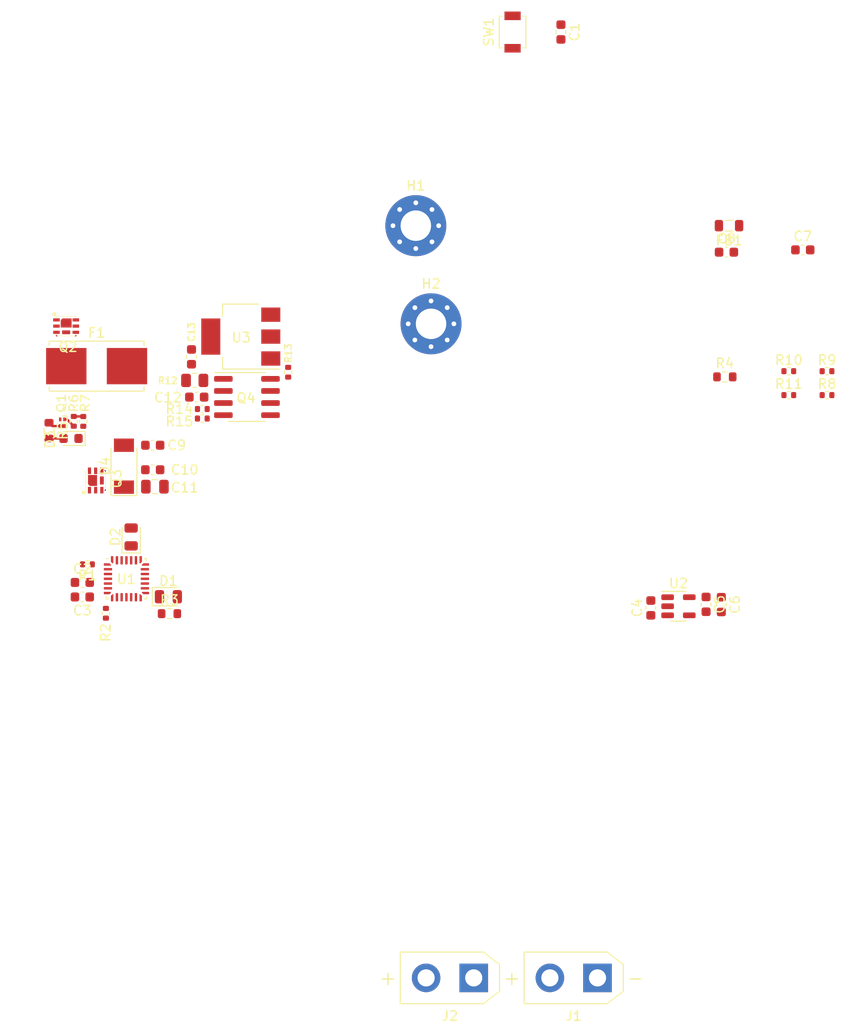
<source format=kicad_pcb>
(kicad_pcb (version 20211014) (generator pcbnew)
  (layers (0 "F.Cu" signal) (31 "B.Cu" signal) (34 "B.Paste" user) (35 "F.Paste" user) (36 "B.SilkS" user "B.Silkscreen") (37 "F.SilkS" user "F.Silkscreen") (38 "B.Mask" user) (39 "F.Mask" user) (44 "Edge.Cuts" user))
  (net 0 "")
  (net 1 "NRST")
  (net 2 "GND")
  (net 3 "+3V3")
  (net 4 "BOOT0")
  (net 7 "VDD")
  (net 8 "+12V_IGNITION")
  (net 10 "+12V")
  (net 11 "Net-(C7-Pad1)")
  (net 12 "VIN_RED")
  (net 15 "CAMERA_SWITCH")
  (net 16 "PERIPHERAL_SWITCH")
  (net 17 "VBAT_RED")
  (net 19 "VCAM_RED")
  (net 20 "LED0")
  (net 21 "SWDIO")
  (net 22 "SWCLK")
  (net 24 "LED1")
  (net 29 "TX")
  (net 30 "RX")
  (net 31 "Net-(D3-Pad2)")
  (net 32 "Net-(D1-Pad2)")
  (net 33 "Net-(D2-Pad2)")
  (net 34 "Net-(R2-Pad1)")
  (net 35 "Net-(F1-Pad1)")
  (net 36 "Net-(Q1-Pad3)")
  (net 37 "Net-(Q1-Pad1)")
  (net 38 "+BATT")
  (net 39 "Net-(J1-Pad2)")
  (net 40 "Net-(Q4-Pad3)")
  (net 41 "Net-(Q4-Pad1)")
  (net 42 "Net-(R13-Pad2)")
  (net 43 "Net-(R14-Pad2)")
  (footprint "MountingHole:MountingHole_3.2mm_M3_Pad_Via" (layer "F.Cu") (at 123.52 109.36)
    (fp_text reference "H2" (at 0 -4.2) (layer "F.SilkS"))
    (fp_text value "MountingHole_Pad")
    (pad "1" thru_hole circle locked (at -1.697056 -1.697056) (size 0.8 0.8) (drill 0.5) (layers *.Cu *.Mask) (net 2 "GND"))
    (pad "1" thru_hole circle locked (at -1.697056 1.697056) (size 0.8 0.8) (drill 0.5) (layers *.Cu *.Mask) (net 2 "GND"))
    (pad "1" thru_hole circle locked (at 0 -2.4) (size 0.8 0.8) (drill 0.5) (layers *.Cu *.Mask) (net 2 "GND"))
    (pad "1" thru_hole circle locked (at 0 0) (size 6.4 6.4) (drill 3.2) (layers *.Cu *.Mask) (net 2 "GND"))
    (pad "1" thru_hole circle locked (at 2.4 0) (size 0.8 0.8) (drill 0.5) (layers *.Cu *.Mask) (net 2 "GND"))
    (pad "1" thru_hole circle locked (at 1.697056 -1.697056) (size 0.8 0.8) (drill 0.5) (layers *.Cu *.Mask) (net 2 "GND"))
    (pad "1" thru_hole circle locked (at 0 2.4) (size 0.8 0.8) (drill 0.5) (layers *.Cu *.Mask) (net 2 "GND"))
    (pad "1" thru_hole circle locked (at -2.4 0) (size 0.8 0.8) (drill 0.5) (layers *.Cu *.Mask) (net 2 "GND"))
    (pad "1" thru_hole circle locked (at 1.697056 1.697056) (size 0.8 0.8) (drill 0.5) (layers *.Cu *.Mask) (net 2 "GND"))
  )
  (footprint "Connector_AMASS:AMASS_XT30UPB-F_1x02_P5.0mm_Vertical" (layer "F.Cu") (at 128 178 180)
    (fp_text reference "J2" (at 2.5 -4) (layer "F.SilkS"))
    (fp_text value "BAT_2")
    (fp_text user "+" (at 9 0) (layer "F.SilkS") (effects (font (size 1.5 1.5))))
    (fp_text user "-" (at -4 0) (layer "F.SilkS") (effects (font (size 1.5 1.5))))
    (fp_line (start -1.01 -2.71) (end 7.71 -2.71) (layer "F.SilkS") (width 0.12))
    (fp_line (start 7.71 -2.71) (end 7.71 2.71) (layer "F.SilkS") (width 0.12))
    (fp_line (start -1.01 2.71) (end 7.71 2.71) (layer "F.SilkS") (width 0.12))
    (fp_line (start -2.71 -1.41) (end -2.71 1.41) (layer "F.SilkS") (width 0.12))
    (fp_line (start -2.71 -1.41) (end -1.01 -2.71) (layer "F.SilkS") (width 0.12))
    (fp_line (start -2.71 1.41) (end -1.01 2.71) (layer "F.SilkS") (width 0.12))
    (pad "1" thru_hole rect locked (at 0 0 180) (size 3 3) (drill 1.8) (layers *.Cu *.Mask) (net 39 "Net-(J1-Pad2)"))
    (pad "2" thru_hole circle locked (at 5 0 180) (size 3 3) (drill 1.8) (layers *.Cu *.Mask) (net 2 "GND"))
  )
  (footprint "Package_TO_SOT_SMD:SOT-223-3_TabPin2" (layer "F.Cu") (at 103.54 110.7 180)
    (fp_text reference "Q4" (at -0.55 -6.45) (layer "F.SilkS"))
    (fp_text value "FZT788B")
    (fp_line (start -1.85 3.41) (end 1.91 3.41) (layer "F.SilkS") (width 0.12))
    (fp_line (start -4.1 -3.41) (end 1.91 -3.41) (layer "F.SilkS") (width 0.12))
    (fp_line (start 1.91 3.41) (end 1.91 2.15) (layer "F.SilkS") (width 0.12))
    (fp_line (start 1.91 -3.41) (end 1.91 -2.15) (layer "F.SilkS") (width 0.12))
    (pad "1" smd rect locked (at -3.15 -2.3 180) (size 2 1.5) (layers "F.Cu" "F.Paste" "F.Mask") (net 41 "Net-(Q4-Pad1)"))
    (pad "2" smd rect locked (at 3.15 0 180) (size 2 3.8) (layers "F.Cu" "F.Paste" "F.Mask") (net 38 "+BATT"))
    (pad "2" smd rect locked (at -3.15 0 180) (size 2 1.5) (layers "F.Cu" "F.Paste" "F.Mask") (net 38 "+BATT"))
    (pad "3" smd rect locked (at -3.15 2.3 180) (size 2 1.5) (layers "F.Cu" "F.Paste" "F.Mask") (net 40 "Net-(Q4-Pad3)"))
  )
  (footprint "ATL:SSM6J507NU" (layer "F.Cu") (at 88.3 125.8 90)
    (fp_text reference "Q3" (at 0.2 2.2 90) (layer "F.SilkS"))
    (fp_text value "SSM6J507NU" hide)
    (fp_poly (pts (xy -1 1) (xy -0.9 1) (xy -0.9 1.075) (xy -1.075 1.075) (xy -1.075 0.9) (xy -1 0.9)) (layer "F.Cu") (width 0) (fill solid))
    (fp_poly (pts (xy 1.075 1.075) (xy 0.9 1.075) (xy 0.9 1) (xy 1 1) (xy 1 0.9) (xy 1.075 0.9)) (layer "F.Cu") (width 0) (fill solid))
    (fp_line (start -1.025 -0.9) (end -1.025 -1.025) (layer "F.SilkS") (width 0.05))
    (fp_line (start -1.025 -1.025) (end 1.025 -1.025) (layer "F.SilkS") (width 0.05))
    (fp_line (start 1.025 -1.025) (end 1.025 -0.9) (layer "F.SilkS") (width 0.05))
    (fp_line (start -0.85 1.025) (end 0.85 1.025) (layer "F.SilkS") (width 0.05))
    (fp_circle (center -1.25 -1.25) (end -1.05 -1.25) (layer "F.SilkS") (width 0.01) (fill solid))
    (pad "1" smd rect (at -1.016 0.649999 180) (size 0.3302 0.6858) (layers "F.Cu" "F.Paste" "F.Mask") (net 10 "+12V"))
    (pad "2" smd rect (at 1.016 0.649999 180) (size 0.3302 0.6858) (layers "F.Cu" "F.Paste" "F.Mask") (net 7 "VDD"))
    (pad "2" smd roundrect (at 0 0.65 180) (size 0.4 0.85) (layers "F.Cu" "F.Paste" "F.Mask") (roundrect_rratio 0.125) (net 7 "VDD"))
    (pad "3" smd rect (at -1.016 0 180) (size 0.3302 0.6858) (layers "F.Cu" "F.Paste" "F.Mask") (net 38 "+BATT"))
    (pad "3" smd rect (at 1.016 0 180) (size 0.3302 0.6858) (layers "F.Cu" "F.Paste" "F.Mask") (net 38 "+BATT"))
    (pad "3" smd rect (at 1.016 -0.649999 180) (size 0.3302 0.6858) (layers "F.Cu" "F.Paste" "F.Mask") (net 38 "+BATT"))
    (pad "3" smd roundrect (at 0 -0.33 90) (size 1.15 0.95) (layers "F.Cu" "F.Paste" "F.Mask") (roundrect_rratio 0) (chamfer_ratio 0.2) (chamfer top_left) (net 38 "+BATT"))
    (pad "3" smd rect (at -1.016 -0.649999 180) (size 0.3302 0.6858) (layers "F.Cu" "F.Paste" "F.Mask") (net 38 "+BATT"))
  )
  (footprint "Resistor_SMD:R_0603_1608Metric" (layer "F.Cu") (at 83.4 120.565 -90)
    (fp_text reference "R5" (at 0 -1.43 90) (layer "F.SilkS"))
    (fp_text value "1k")
    (fp_line (start -0.237258 0.5225) (end 0.237258 0.5225) (layer "F.SilkS") (width 0.12))
    (fp_line (start -0.237258 -0.5225) (end 0.237258 -0.5225) (layer "F.SilkS") (width 0.12))
    (pad "1" smd roundrect locked (at -0.825 0 270) (size 0.8 0.95) (layers "F.Cu" "F.Paste" "F.Mask") (net 36 "Net-(Q1-Pad3)"))
    (pad "2" smd roundrect locked (at 0.825 0 270) (size 0.8 0.95) (layers "F.Cu" "F.Paste" "F.Mask") (net 31 "Net-(D3-Pad2)"))
  )
  (footprint "Capacitor_SMD:C_0603_1608Metric" (layer "F.Cu") (at 146.6 139.175 90)
    (fp_text reference "C4" (at 0 -1.43 90) (layer "F.SilkS"))
    (fp_text value "1uF")
    (fp_line (start -0.14058 -0.51) (end 0.14058 -0.51) (layer "F.SilkS") (width 0.12))
    (fp_line (start -0.14058 0.51) (end 0.14058 0.51) (layer "F.SilkS") (width 0.12))
    (pad "1" smd roundrect locked (at -0.775 0 90) (size 0.9 0.95) (layers "F.Cu" "F.Paste" "F.Mask") (net 7 "VDD"))
    (pad "2" smd roundrect locked (at 0.775 0 90) (size 0.9 0.95) (layers "F.Cu" "F.Paste" "F.Mask") (net 2 "GND"))
  )
  (footprint "Package_TO_SOT_SMD:SOT-23-5" (layer "F.Cu") (at 149.5 139)
    (fp_text reference "U2" (at 0 -2.4) (layer "F.SilkS"))
    (fp_text value "S-1318A33-M5T1U4")
    (fp_line (start 0 -1.56) (end -1.8 -1.56) (layer "F.SilkS") (width 0.12))
    (fp_line (start 0 -1.56) (end 0.8 -1.56) (layer "F.SilkS") (width 0.12))
    (fp_line (start 0 1.56) (end -0.8 1.56) (layer "F.SilkS") (width 0.12))
    (fp_line (start 0 1.56) (end 0.8 1.56) (layer "F.SilkS") (width 0.12))
    (pad "1" smd roundrect locked (at -1.1375 -0.95) (size 1.325 0.6) (layers "F.Cu" "F.Paste" "F.Mask") (net 7 "VDD"))
    (pad "2" smd roundrect locked (at -1.1375 0) (size 1.325 0.6) (layers "F.Cu" "F.Paste" "F.Mask") (net 2 "GND"))
    (pad "3" smd roundrect locked (at -1.1375 0.95) (size 1.325 0.6) (layers "F.Cu" "F.Paste" "F.Mask") (net 7 "VDD"))
    (pad "4" smd roundrect locked (at 1.1375 0.95) (size 1.325 0.6) (layers "F.Cu" "F.Paste" "F.Mask"))
    (pad "5" smd roundrect locked (at 1.1375 -0.95) (size 1.325 0.6) (layers "F.Cu" "F.Paste" "F.Mask") (net 3 "+3V3"))
  )
  (footprint "Diode_SMD:D_SOD-128" (layer "F.Cu") (at 91.27 124.3 90)
    (fp_text reference "D4" (at 0 -2 90) (layer "F.SilkS"))
    (fp_text value "PMEG6030EP")
    (fp_line (start -3.08 1.36) (end 1.9 1.36) (layer "F.SilkS") (width 0.12))
    (fp_line (start -3.08 -1.36) (end 1.9 -1.36) (layer "F.SilkS") (width 0.12))
    (fp_line (start -3.08 -1.36) (end -3.08 1.36) (layer "F.SilkS") (width 0.12))
    (pad "1" smd rect locked (at -2.2 0 90) (size 1.4 2.1) (layers "F.Cu" "F.Paste" "F.Mask") (net 7 "VDD"))
    (pad "2" smd rect locked (at 2.2 0 90) (size 1.4 2.1) (layers "F.Cu" "F.Paste" "F.Mask") (net 10 "+12V"))
  )
  (footprint "Resistor_SMD:R_0402_1005Metric" (layer "F.Cu") (at 161.09 114.33)
    (fp_text reference "R10" (at 0 -1.17) (layer "F.SilkS"))
    (fp_text value "18k")
    (fp_line (start -0.153641 0.38) (end 0.153641 0.38) (layer "F.SilkS") (width 0.12))
    (fp_line (start -0.153641 -0.38) (end 0.153641 -0.38) (layer "F.SilkS") (width 0.12))
    (pad "1" smd roundrect locked (at -0.51 0) (size 0.54 0.64) (layers "F.Cu" "F.Paste" "F.Mask") (net 10 "+12V"))
    (pad "2" smd roundrect locked (at 0.51 0) (size 0.54 0.64) (layers "F.Cu" "F.Paste" "F.Mask") (net 17 "VBAT_RED"))
  )
  (footprint "ATL:SSM6J507NU" (layer "F.Cu") (at 85.2 109.6)
    (fp_text reference "Q2" (at 0.2 2.2) (layer "F.SilkS"))
    (fp_text value "SSM6J507NU" hide)
    (fp_poly (pts (xy 1.075 1.075) (xy 0.9 1.075) (xy 0.9 1) (xy 1 1) (xy 1 0.9) (xy 1.075 0.9)) (layer "F.Cu") (width 0) (fill solid))
    (fp_poly (pts (xy -1 1) (xy -0.9 1) (xy -0.9 1.075) (xy -1.075 1.075) (xy -1.075 0.9) (xy -1 0.9)) (layer "F.Cu") (width 0) (fill solid))
    (fp_line (start 1.025 -1.025) (end 1.025 -0.9) (layer "F.SilkS") (width 0.05))
    (fp_line (start -1.025 -1.025) (end 1.025 -1.025) (layer "F.SilkS") (width 0.05))
    (fp_line (start -0.85 1.025) (end 0.85 1.025) (layer "F.SilkS") (width 0.05))
    (fp_line (start -1.025 -0.9) (end -1.025 -1.025) (layer "F.SilkS") (width 0.05))
    (fp_circle (center -1.25 -1.25) (end -1.05 -1.25) (layer "F.SilkS") (width 0.01) (fill solid))
    (pad "1" smd rect (at -1.016 0.649999 90) (size 0.3302 0.6858) (layers "F.Cu" "F.Paste" "F.Mask") (net 2 "GND"))
    (pad "2" smd roundrect (at 0 0.65 90) (size 0.4 0.85) (layers "F.Cu" "F.Paste" "F.Mask") (roundrect_rratio 0.125) (net 35 "Net-(F1-Pad1)"))
    (pad "2" smd rect (at 1.016 0.649999 90) (size 0.3302 0.6858) (layers "F.Cu" "F.Paste" "F.Mask") (net 35 "Net-(F1-Pad1)"))
    (pad "3" smd rect (at 1.016 -0.649999 90) (size 0.3302 0.6858) (layers "F.Cu" "F.Paste" "F.Mask") (net 8 "+12V_IGNITION"))
    (pad "3" smd rect (at 1.016 0 90) (size 0.3302 0.6858) (layers "F.Cu" "F.Paste" "F.Mask") (net 8 "+12V_IGNITION"))
    (pad "3" smd roundrect (at 0 -0.33) (size 1.15 0.95) (layers "F.Cu" "F.Paste" "F.Mask") (roundrect_rratio 0) (chamfer_ratio 0.2) (chamfer top_left) (net 8 "+12V_IGNITION"))
    (pad "3" smd rect (at -1.016 -0.649999 90) (size 0.3302 0.6858) (layers "F.Cu" "F.Paste" "F.Mask") (net 8 "+12V_IGNITION"))
    (pad "3" smd rect (at -1.016 0 90) (size 0.3302 0.6858) (layers "F.Cu" "F.Paste" "F.Mask") (net 8 "+12V_IGNITION"))
  )
  (footprint "Resistor_SMD:R_0603_1608Metric" (layer "F.Cu") (at 154.37 114.93)
    (fp_text reference "R4" (at 0 -1.43) (layer "F.SilkS"))
    (fp_text value "330R")
    (fp_line (start -0.237258 0.5225) (end 0.237258 0.5225) (layer "F.SilkS") (width 0.12))
    (fp_line (start -0.237258 -0.5225) (end 0.237258 -0.5225) (layer "F.SilkS") (width 0.12))
    (pad "1" smd roundrect locked (at -0.825 0) (size 0.8 0.95) (layers "F.Cu" "F.Paste" "F.Mask") (net 3 "+3V3"))
    (pad "2" smd roundrect locked (at 0.825 0) (size 0.8 0.95) (layers "F.Cu" "F.Paste" "F.Mask") (net 33 "Net-(D2-Pad2)"))
  )
  (footprint "Resistor_SMD:R_0402_1005Metric" (layer "F.Cu") (at 89.375 139.735 -90)
    (fp_text reference "R2" (at 2.04 0.025 90) (layer "F.SilkS"))
    (fp_text value "10k")
    (fp_line (start -0.153641 -0.38) (end 0.153641 -0.38) (layer "F.SilkS") (width 0.12))
    (fp_line (start -0.153641 0.38) (end 0.153641 0.38) (layer "F.SilkS") (width 0.12))
    (pad "1" smd roundrect locked (at -0.51 0 270) (size 0.54 0.64) (layers "F.Cu" "F.Paste" "F.Mask") (net 34 "Net-(R2-Pad1)"))
    (pad "2" smd roundrect locked (at 0.51 0 270) (size 0.54 0.64) (layers "F.Cu" "F.Paste" "F.Mask") (net 2 "GND"))
  )
  (footprint "Capacitor_SMD:C_0603_1608Metric" (layer "F.Cu") (at 98.365 112.825 -90)
    (fp_text reference "C13" (at -2.6 0 90) (layer "F.SilkS") (effects (font (size 0.7 0.7))))
    (fp_text value "100nF")
    (fp_line (start -0.14058 0.51) (end 0.14058 0.51) (layer "F.SilkS") (width 0.12))
    (fp_line (start -0.14058 -0.51) (end 0.14058 -0.51) (layer "F.SilkS") (width 0.12))
    (pad "1" smd roundrect locked (at -0.775 0 270) (size 0.9 0.95) (layers "F.Cu" "F.Paste" "F.Mask") (net 38 "+BATT"))
    (pad "2" smd roundrect locked (at 0.775 0 270) (size 0.9 0.95) (layers "F.Cu" "F.Paste" "F.Mask") (net 2 "GND"))
  )
  (footprint "Inductor_SMD:L_0805_2012Metric" (layer "F.Cu") (at 154.81 99.06 180)
    (fp_text reference "FB1" (at 0 -1.55) (layer "F.SilkS"))
    (fp_text value "100R")
    (fp_line (start -0.399622 -0.56) (end 0.399622 -0.56) (layer "F.SilkS") (width 0.12))
    (fp_line (start -0.399622 0.56) (end 0.399622 0.56) (layer "F.SilkS") (width 0.12))
    (pad "1" smd roundrect locked (at -1.0625 0 180) (size 0.875 1.2) (layers "F.Cu" "F.Paste" "F.Mask") (net 7 "VDD"))
    (pad "2" smd roundrect locked (at 1.0625 0 180) (size 0.875 1.2) (layers "F.Cu" "F.Paste" "F.Mask") (net 11 "Net-(C7-Pad1)"))
  )
  (footprint "Capacitor_SMD:C_0603_1608Metric" (layer "F.Cu") (at 86.9 138.025 180)
    (fp_text reference "C3" (at 0 -1.43) (layer "F.SilkS"))
    (fp_text value "10uF")
    (fp_line (start -0.14058 0.51) (end 0.14058 0.51) (layer "F.SilkS") (width 0.12))
    (fp_line (start -0.14058 -0.51) (end 0.14058 -0.51) (layer "F.SilkS") (width 0.12))
    (pad "1" smd roundrect locked (at -0.775 0 180) (size 0.9 0.95) (layers "F.Cu" "F.Paste" "F.Mask") (net 3 "+3V3"))
    (pad "2" smd roundrect locked (at 0.775 0 180) (size 0.9 0.95) (layers "F.Cu" "F.Paste" "F.Mask") (net 2 "GND"))
  )
  (footprint "Capacitor_SMD:C_0603_1608Metric" (layer "F.Cu") (at 94.295 122.1)
    (fp_text reference "C9" (at 2.5 0) (layer "F.SilkS"))
    (fp_text value "1uF")
    (fp_line (start -0.14058 -0.51) (end 0.14058 -0.51) (layer "F.SilkS") (width 0.12))
    (fp_line (start -0.14058 0.51) (end 0.14058 0.51) (layer "F.SilkS") (width 0.12))
    (pad "1" smd roundrect locked (at -0.775 0) (size 0.9 0.95) (layers "F.Cu" "F.Paste" "F.Mask") (net 10 "+12V"))
    (pad "2" smd roundrect locked (at 0.775 0) (size 0.9 0.95) (layers "F.Cu" "F.Paste" "F.Mask") (net 2 "GND"))
  )
  (footprint "Package_DFN_QFN:QFN-28_4x4mm_P0.5mm" (layer "F.Cu") (at 91.53 136.115)
    (fp_text reference "U1" (at -0.005 0.035) (layer "F.SilkS"))
    (fp_text value "STM32L011G3Ux")
    (fp_line (start -1.885 2.11) (end -2.11 2.11) (layer "F.SilkS") (width 0.12))
    (fp_line (start -2.11 2.11) (end -2.11 1.885) (layer "F.SilkS") (width 0.12))
    (fp_line (start -1.885 -2.11) (end -2.11 -2.11) (layer "F.SilkS") (width 0.12))
    (fp_line (start 1.885 -2.11) (end 2.11 -2.11) (layer "F.SilkS") (width 0.12))
    (fp_line (start 2.11 -2.11) (end 2.11 -1.885) (layer "F.SilkS") (width 0.12))
    (fp_line (start 1.885 2.11) (end 2.11 2.11) (layer "F.SilkS") (width 0.12))
    (fp_line (start 2.11 2.11) (end 2.11 1.885) (layer "F.SilkS") (width 0.12))
    (pad "1" smd custom locked (at -1.9975 -1.5) (size 0.136863 0.136863) (layers "F.Cu" "F.Paste" "F.Mask") (net 4 "BOOT0") (options (clearance outline) (anchor circle)) (primitives (gr_poly (pts (xy 0.3325 0.05364) (xy 0.3325 0.08) (xy -0.3325 0.08) (xy -0.3325 -0.08) (xy 0.19886 -0.08)) (width 0.09) (fill yes))))
    (pad "2" smd roundrect locked (at -1.9375 -1) (size 0.875 0.25) (layers "F.Cu" "F.Paste" "F.Mask"))
    (pad "3" smd roundrect locked (at -1.9375 -0.5) (size 0.875 0.25) (layers "F.Cu" "F.Paste" "F.Mask"))
    (pad "4" smd roundrect locked (at -1.9375 0) (size 0.875 0.25) (layers "F.Cu" "F.Paste" "F.Mask") (net 1 "NRST"))
    (pad "5" smd roundrect locked (at -1.9375 0.5) (size 0.875 0.25) (layers "F.Cu" "F.Paste" "F.Mask") (net 3 "+3V3"))
    (pad "6" smd roundrect locked (at -1.9375 1) (size 0.875 0.25) (layers "F.Cu" "F.Paste" "F.Mask") (net 34 "Net-(R2-Pad1)"))
    (pad "7" smd custom locked (at -1.9975 1.5) (size 0.136863 0.136863) (layers "F.Cu" "F.Paste" "F.Mask") (options (clearance outline) (anchor circle)) (primitives (gr_poly (pts (xy 0.3325 -0.05364) (xy 0.19886 0.08) (xy -0.3325 0.08) (xy -0.3325 -0.08) (xy 0.3325 -0.08)) (width 0.09) (fill yes))))
    (pad "8" smd custom locked (at -1.5 1.9975) (size 0.136863 0.136863) (layers "F.Cu" "F.Paste" "F.Mask") (net 12 "VIN_RED") (options (clearance outline) (anchor circle)) (primitives (gr_poly (pts (xy 0.08 0.3325) (xy -0.08 0.3325) (xy -0.08 -0.19886) (xy 0.05364 -0.3325) (xy 0.08 -0.3325)) (width 0.09) (fill yes))))
    (pad "9" smd roundrect locked (at -1 1.9375) (size 0.25 0.875) (layers "F.Cu" "F.Paste" "F.Mask") (net 17 "VBAT_RED"))
    (pad "10" smd roundrect locked (at -0.5 1.9375) (size 0.25 0.875) (layers "F.Cu" "F.Paste" "F.Mask") (net 19 "VCAM_RED"))
    (pad "11" smd roundrect locked (at 0 1.9375) (size 0.25 0.875) (layers "F.Cu" "F.Paste" "F.Mask"))
    (pad "12" smd roundrect locked (at 0.5 1.9375) (size 0.25 0.875) (layers "F.Cu" "F.Paste" "F.Mask"))
    (pad "13" smd roundrect locked (at 1 1.9375) (size 0.25 0.875) (layers "F.Cu" "F.Paste" "F.Mask") (net 15 "CAMERA_SWITCH"))
    (pad "14" smd custom locked (at 1.5 1.9975) (size 0.136863 0.136863) (layers "F.Cu" "F.Paste" "F.Mask") (net 16 "PERIPHERAL_SWITCH") (options (clearance outline) (anchor circle)) (primitives (gr_poly (pts (xy 0.08 -0.19886) (xy 0.08 0.3325) (xy -0.08 0.3325) (xy -0.08 -0.3325) (xy -0.05364 -0.3325)) (width 0.09) (fill yes))))
    (pad "15" smd custom locked (at 1.9975 1.5) (size 0.136863 0.136863) (layers "F.Cu" "F.Paste" "F.Mask") (net 20 "LED0") (options (clearance outline) (anchor circle)) (primitives (gr_poly (pts (xy 0.3325 0.08) (xy -0.19886 0.08) (xy -0.3325 -0.05364) (xy -0.3325 -0.08) (xy 0.3325 -0.08)) (width 0.09) (fill yes))))
    (pad "16" smd roundrect locked (at 1.9375 1) (size 0.875 0.25) (layers "F.Cu" "F.Paste" "F.Mask") (net 2 "GND"))
    (pad "17" smd roundrect locked (at 1.9375 0.5) (size 0.875 0.25) (layers "F.Cu" "F.Paste" "F.Mask") (net 3 "+3V3"))
    (pad "18" smd roundrect locked (at 1.9375 0) (size 0.875 0.25) (layers "F.Cu" "F.Paste" "F.Mask"))
    (pad "19" smd roundrect locked (at 1.9375 -0.5) (size 0.875 0.25) (layers "F.Cu" "F.Paste" "F.Mask") (net 29 "TX"))
    (pad "20" smd roundrect locked (at 1.9375 -1) (size 0.875 0.25) (layers "F.Cu" "F.Paste" "F.Mask") (net 30 "RX"))
    (pad "21" smd custom locked (at 1.9975 -1.5) (size 0.136863 0.136863) (layers "F.Cu" "F.Paste" "F.Mask") (net 21 "SWDIO") (options (clearance outline) (anchor circle)) (primitives (gr_poly (pts (xy 0.3325 0.08) (xy -0.3325 0.08) (xy -0.3325 0.05364) (xy -0.19886 -0.08) (xy 0.3325 -0.08)) (width 0.09) (fill yes))))
    (pad "22" smd custom locked (at 1.5 -1.9975) (size 0.136863 0.136863) (layers "F.Cu" "F.Paste" "F.Mask") (net 22 "SWCLK") (options (clearance outline) (anchor circle)) (primitives (gr_poly (pts (xy 0.08 0.19886) (xy -0.05364 0.3325) (xy -0.08 0.3325) (xy -0.08 -0.3325) (xy 0.08 -0.3325)) (width 0.09) (fill yes))))
    (pad "23" smd roundrect locked (at 1 -1.9375) (size 0.25 0.875) (layers "F.Cu" "F.Paste" "F.Mask"))
    (pad "24" smd roundrect locked (at 0.5 -1.9375) (size 0.25 0.875) (layers "F.Cu" "F.Paste" "F.Mask") (net 24 "LED1"))
    (pad "25" smd roundrect locked (at 0 -1.9375) (size 0.25 0.875) (layers "F.Cu" "F.Paste" "F.Mask"))
    (pad "26" smd roundrect locked (at -0.5 -1.9375) (size 0.25 0.875) (layers "F.Cu" "F.Paste" "F.Mask"))
    (pad "27" smd roundrect locked (at -1 -1.9375) (size 0.25 0.875) (layers "F.Cu" "F.Paste" "F.Mask"))
    (pad "28" smd custom locked (at -1.5 -1.9975) (size 0.136863 0.136863) (layers "F.Cu" "F.Paste" "F.Mask") (options (clearance outline) (anchor circle)) (primitives (gr_poly (pts (xy 0.08 0.3325) (xy 0.05364 0.3325) (xy -0.08 0.19886) (xy -0.08 -0.3325) (xy 0.08 -0.3325)) (width 0.09) (fill yes))))
  )
  (footprint "Connector_AMASS:AMASS_XT30UPB-F_1x02_P5.0mm_Vertical" (layer "F.Cu") (at 141 178 180)
    (fp_text reference "J1" (at 2.5 -4) (layer "F.SilkS"))
    (fp_text value "BAT_1")
    (fp_text user "+" (at 9 0) (layer "F.SilkS") (effects (font (size 1.5 1.5))))
    (fp_text user "-" (at -4 0) (layer "F.SilkS") (effects (font (size 1.5 1.5))))
    (fp_line (start -2.71 -1.41) (end -1.01 -2.71) (layer "F.SilkS") (width 0.12))
    (fp_line (start -1.01 2.71) (end 7.71 2.71) (layer "F.SilkS") (width 0.12))
    (fp_line (start -2.71 1.41) (end -1.01 2.71) (layer "F.SilkS") (width 0.12))
    (fp_line (start -1.01 -2.71) (end 7.71 -2.71) (layer "F.SilkS") (width 0.12))
    (fp_line (start -2.71 -1.41) (end -2.71 1.41) (layer "F.SilkS") (width 0.12))
    (fp_line (start 7.71 -2.71) (end 7.71 2.71) (layer "F.SilkS") (width 0.12))
    (pad "1" thru_hole rect locked (at 0 0 180) (size 3 3) (drill 1.8) (layers *.Cu *.Mask) (net 38 "+BATT"))
    (pad "2" thru_hole circle locked (at 5 0 180) (size 3 3) (drill 1.8) (layers *.Cu *.Mask) (net 39 "Net-(J1-Pad2)"))
  )
  (footprint "Resistor_SMD:R_0402_1005Metric" (layer "F.Cu") (at 86 119.59 90)
    (fp_text reference "R6" (at 1.9 0 90) (layer "F.SilkS") (effects (font (size 0.9 1))))
    (fp_text value "10R")
    (fp_line (start -0.153641 -0.38) (end 0.153641 -0.38) (layer "F.SilkS") (width 0.12))
    (fp_line (start -0.153641 0.38) (end 0.153641 0.38) (layer "F.SilkS") (width 0.12))
    (pad "1" smd roundrect locked (at -0.51 0 90) (size 0.54 0.64) (layers "F.Cu" "F.Paste" "F.Mask") (net 37 "Net-(Q1-Pad1)"))
    (pad "2" smd roundrect locked (at 0.51 0 90) (size 0.54 0.64) (layers "F.Cu" "F.Paste" "F.Mask") (net 10 "+12V"))
  )
  (footprint "LED_SMD:LED_0805_2012Metric" (layer "F.Cu") (at 92.025 131.725 90)
    (fp_text reference "D2" (at 0 -1.65 90) (layer "F.SilkS"))
    (fp_text value "LED_BLUE")
    (fp_line (start -1.685 0.96) (end 1 0.96) (layer "F.SilkS") (width 0.12))
    (fp_line (start 1 -0.96) (end -1.685 -0.96) (layer "F.SilkS") (width 0.12))
    (fp_line (start -1.685 -0.96) (end -1.685 0.96) (layer "F.SilkS") (width 0.12))
    (pad "1" smd roundrect locked (at -0.9375 0 90) (size 0.975 1.4) (layers "F.Cu" "F.Paste" "F.Mask") (net 24 "LED1"))
    (pad "2" smd roundrect locked (at 0.9375 0 90) (size 0.975 1.4) (layers "F.Cu" "F.Paste" "F.Mask") (net 33 "Net-(D2-Pad2)"))
  )
  (footprint "Capacitor_SMD:C_0603_1608Metric" (layer "F.Cu") (at 94.295 124.675)
    (fp_text reference "C10" (at 3.35 0) (layer "F.SilkS"))
    (fp_text value "1uF")
    (fp_line (start -0.14058 -0.51) (end 0.14058 -0.51) (layer "F.SilkS") (width 0.12))
    (fp_line (start -0.14058 0.51) (end 0.14058 0.51) (layer "F.SilkS") (width 0.12))
    (pad "1" smd roundrect locked (at -0.775 0) (size 0.9 0.95) (layers "F.Cu" "F.Paste" "F.Mask") (net 7 "VDD"))
    (pad "2" smd roundrect locked (at 0.775 0) (size 0.9 0.95) (layers "F.Cu" "F.Paste" "F.Mask") (net 2 "GND"))
  )
  (footprint "LED_SMD:LED_0805_2012Metric" (layer "F.Cu") (at 95.9375 138)
    (fp_text reference "D1" (at 0 -1.65) (layer "F.SilkS"))
    (fp_text value "LED_GREEN")
    (fp_line (start -1.685 0.96) (end 1 0.96) (layer "F.SilkS") (width 0.12))
    (fp_line (start 1 -0.96) (end -1.685 -0.96) (layer "F.SilkS") (width 0.12))
    (fp_line (start -1.685 -0.96) (end -1.685 0.96) (layer "F.SilkS") (width 0.12))
    (pad "1" smd roundrect locked (at -0.9375 0) (size 0.975 1.4) (layers "F.Cu" "F.Paste" "F.Mask") (net 20 "LED0"))
    (pad "2" smd roundrect locked (at 0.9375 0) (size 0.975 1.4) (layers "F.Cu" "F.Paste" "F.Mask") (net 32 "Net-(D1-Pad2)"))
  )
  (footprint "Capacitor_SMD:C_0603_1608Metric" (layer "F.Cu") (at 137.16 78.74 -90)
    (fp_text reference "C1" (at 0 -1.43 90) (layer "F.SilkS"))
    (fp_text value "100nF")
    (fp_line (start -0.14058 -0.51) (end 0.14058 -0.51) (layer "F.SilkS") (width 0.12))
    (fp_line (start -0.14058 0.51) (end 0.14058 0.51) (layer "F.SilkS") (width 0.12))
    (pad "1" smd roundrect locked (at -0.775 0 270) (size 0.9 0.95) (layers "F.Cu" "F.Paste" "F.Mask") (net 1 "NRST"))
    (pad "2" smd roundrect locked (at 0.775 0 270) (size 0.9 0.95) (layers "F.Cu" "F.Paste" "F.Mask") (net 2 "GND"))
  )
  (footprint "Capacitor_SMD:C_0603_1608Metric" (layer "F.Cu") (at 162.56 101.6)
    (fp_text reference "C7" (at 0 -1.43) (layer "F.SilkS"))
    (fp_text value "100nF")
    (fp_line (start -0.14058 -0.51) (end 0.14058 -0.51) (layer "F.SilkS") (width 0.12))
    (fp_line (start -0.14058 0.51) (end 0.14058 0.51) (layer "F.SilkS") (width 0.12))
    (pad "1" smd roundrect locked (at -0.775 0) (size 0.9 0.95) (layers "F.Cu" "F.Paste" "F.Mask") (net 11 "Net-(C7-Pad1)"))
    (pad "2" smd roundrect locked (at 0.775 0) (size 0.9 0.95) (layers "F.Cu" "F.Paste" "F.Mask") (net 2 "GND"))
  )
  (footprint "Resistor_SMD:R_0402_1005Metric" (layer "F.Cu") (at 87.435 134.6 180)
    (fp_text reference "R1" (at 0 -1.17) (layer "F.SilkS"))
    (fp_text value "10k")
    (fp_line (start -0.153641 0.38) (end 0.153641 0.38) (layer "F.SilkS") (width 0.12))
    (fp_line (start -0.153641 -0.38) (end 0.153641 -0.38) (layer "F.SilkS") (width 0.12))
    (pad "1" smd roundrect locked (at -0.51 0 180) (size 0.54 0.64) (layers "F.Cu" "F.Paste" "F.Mask") (net 4 "BOOT0"))
    (pad "2" smd roundrect locked (at 0.51 0 180) (size 0.54 0.64) (layers "F.Cu" "F.Paste" "F.Mask") (net 2 "GND"))
  )
  (footprint "Resistor_SMD:R_0402_1005Metric" (layer "F.Cu") (at 108.515 114.44 -90)
    (fp_text reference "R13" (at -1.99 -0.025 90) (layer "F.SilkS") (effects (font (size 0.7 0.7))))
    (fp_text value "1k")
    (fp_line (start -0.153641 0.38) (end 0.153641 0.38) (layer "F.SilkS") (width 0.12))
    (fp_line (start -0.153641 -0.38) (end 0.153641 -0.38) (layer "F.SilkS") (width 0.12))
    (pad "1" smd roundrect locked (at -0.51 0 270) (size 0.54 0.64) (layers "F.Cu" "F.Paste" "F.Mask") (net 41 "Net-(Q4-Pad1)"))
    (pad "2" smd roundrect locked (at 0.51 0 270) (size 0.54 0.64) (layers "F.Cu" "F.Paste" "F.Mask") (net 42 "Net-(R13-Pad2)"))
  )
  (footprint "Resistor_SMD:R_0402_1005Metric" (layer "F.Cu") (at 99.5 119.3 180)
    (fp_text reference "R15" (at 2.41 -0.3) (layer "F.SilkS"))
    (fp_text value "100k")
    (fp_line (start -0.153641 0.38) (end 0.153641 0.38) (layer "F.SilkS") (width 0.12))
    (fp_line (start -0.153641 -0.38) (end 0.153641 -0.38) (layer "F.SilkS") (width 0.12))
    (pad "1" smd roundrect locked (at -0.51 0 180) (size 0.54 0.64) (layers "F.Cu" "F.Paste" "F.Mask") (net 43 "Net-(R14-Pad2)"))
    (pad "2" smd roundrect locked (at 0.51 0 180) (size 0.54 0.64) (layers "F.Cu" "F.Paste" "F.Mask") (net 2 "GND"))
  )
  (footprint "Resistor_SMD:R_0603_1608Metric" (layer "F.Cu") (at 96.05 139.775)
    (fp_text reference "R3" (at 0 -1.43) (layer "F.SilkS"))
    (fp_text value "100R")
    (fp_line (start -0.237258 -0.5225) (end 0.237258 -0.5225) (layer "F.SilkS") (width 0.12))
    (fp_line (start -0.237258 0.5225) (end 0.237258 0.5225) (layer "F.SilkS") (width 0.12))
    (pad "1" smd roundrect locked (at -0.825 0) (size 0.8 0.95) (layers "F.Cu" "F.Paste" "F.Mask") (net 3 "+3V3"))
    (pad "2" smd roundrect locked (at 0.825 0) (size 0.8 0.95) (layers "F.Cu" "F.Paste" "F.Mask") (net 32 "Net-(D1-Pad2)"))
  )
  (footprint "LED_SMD:LED_0603_1608Metric" (layer "F.Cu") (at 85.7125 121.39 180)
    (fp_text reference "D3" (at 2.2125 -0.1 90) (layer "F.SilkS"))
    (fp_text value "LED_RED_FUSE_FAIL")
    (fp_line (start 0.8 -0.735) (end -1.485 -0.735) (layer "F.SilkS") (width 0.12))
    (fp_line (start -1.485 0.735) (end 0.8 0.735) (layer "F.SilkS") (width 0.12))
    (fp_line (start -1.485 -0.735) (end -1.485 0.735) (layer "F.SilkS") (width 0.12))
    (pad "1" smd roundrect locked (at -0.7875 0 180) (size 0.875 0.95) (layers "F.Cu" "F.Paste" "F.Mask") (net 2 "GND"))
    (pad "2" smd roundrect locked (at 0.7875 0 180) (size 0.875 0.95) (layers "F.Cu" "F.Paste" "F.Mask") (net 31 "Net-(D3-Pad2)"))
  )
  (footprint "Resistor_SMD:R_0402_1005Metric" (layer "F.Cu") (at 99.5 118.3 180)
    (fp_text reference "R14" (at 2.41 0 180) (layer "F.SilkS"))
    (fp_text value "100k")
    (fp_line (start -0.153641 0.38) (end 0.153641 0.38) (layer "F.SilkS") (width 0.12))
    (fp_line (start -0.153641 -0.38) (end 0.153641 -0.38) (layer "F.SilkS") (width 0.12))
    (pad "1" smd roundrect locked (at -0.51 0 180) (size 0.54 0.64) (layers "F.Cu" "F.Paste" "F.Mask") (net 10 "+12V"))
    (pad "2" smd roundrect locked (at 0.51 0 180) (size 0.54 0.64) (layers "F.Cu" "F.Paste" "F.Mask") (net 43 "Net-(R14-Pad2)"))
  )
  (footprint "Resistor_SMD:R_0402_1005Metric" (layer "F.Cu") (at 165.1 114.33)
    (fp_text reference "R9" (at 0 -1.17) (layer "F.SilkS"))
    (fp_text value "10k")
    (fp_line (start -0.153641 0.38) (end 0.153641 0.38) (layer "F.SilkS") (width 0.12))
    (fp_line (start -0.153641 -0.38) (end 0.153641 -0.38) (layer "F.SilkS") (width 0.12))
    (pad "1" smd roundrect locked (at -0.51 0) (size 0.54 0.64) (layers "F.Cu" "F.Paste" "F.Mask") (net 12 "VIN_RED"))
    (pad "2" smd roundrect locked (at 0.51 0) (size 0.54 0.64) (layers "F.Cu" "F.Paste" "F.Mask") (net 2 "GND"))
  )
  (footprint "Capacitor_SMD:C_0603_1608Metric" (layer "F.Cu") (at 98.915 117.05 180)
    (fp_text reference "C12" (at 3.025 -0.05) (layer "F.SilkS"))
    (fp_text value "100nF")
    (fp_line (start -0.14058 0.51) (end 0.14058 0.51) (layer "F.SilkS") (width 0.12))
    (fp_line (start -0.14058 -0.51) (end 0.14058 -0.51) (layer "F.SilkS") (width 0.12))
    (pad "1" smd roundrect locked (at -0.775 0 180) (size 0.9 0.95) (layers "F.Cu" "F.Paste" "F.Mask") (net 10 "+12V"))
    (pad "2" smd roundrect locked (at 0.775 0 180) (size 0.9 0.95) (layers "F.Cu" "F.Paste" "F.Mask") (net 2 "GND"))
  )
  (footprint "Capacitor_SMD:C_0603_1608Metric" (layer "F.Cu") (at 152.4 138.8 -90)
    (fp_text reference "C5" (at 0 -1.43 90) (layer "F.SilkS"))
    (fp_text value "1uF")
    (fp_line (start -0.14058 0.51) (end 0.14058 0.51) (layer "F.SilkS") (width 0.12))
    (fp_line (start -0.14058 -0.51) (end 0.14058 -0.51) (layer "F.SilkS") (width 0.12))
    (pad "1" smd roundrect locked (at -0.775 0 270) (size 0.9 0.95) (layers "F.Cu" "F.Paste" "F.Mask") (net 3 "+3V3"))
    (pad "2" smd roundrect locked (at 0.775 0 270) (size 0.9 0.95) (layers "F.Cu" "F.Paste" "F.Mask") (net 2 "GND"))
  )
  (footprint "Capacitor_SMD:C_0805_2012Metric" (layer "F.Cu") (at 94.52 126.45)
    (fp_text reference "C11" (at 3.125 0.1) (layer "F.SilkS"))
    (fp_text value "10uF")
    (fp_line (start -0.261252 0.735) (end 0.261252 0.735) (layer "F.SilkS") (width 0.12))
    (fp_line (start -0.261252 -0.735) (end 0.261252 -0.735) (layer "F.SilkS") (width 0.12))
    (pad "1" smd roundrect locked (at -0.95 0) (size 1 1.45) (layers "F.Cu" "F.Paste" "F.Mask") (net 7 "VDD"))
    (pad "2" smd roundrect locked (at 0.95 0) (size 1 1.45) (layers "F.Cu" "F.Paste" "F.Mask") (net 2 "GND"))
  )
  (footprint "Resistor_SMD:R_0402_1005Metric" (layer "F.Cu") (at 161.09 116.84)
    (fp_text reference "R11" (at 0 -1.17) (layer "F.SilkS"))
    (fp_text value "10k")
    (fp_line (start -0.153641 0.38) (end 0.153641 0.38) (layer "F.SilkS") (width 0.12))
    (fp_line (start -0.153641 -0.38) (end 0.153641 -0.38) (layer "F.SilkS") (width 0.12))
    (pad "1" smd roundrect locked (at -0.51 0) (size 0.54 0.64) (layers "F.Cu" "F.Paste" "F.Mask") (net 17 "VBAT_RED"))
    (pad "2" smd roundrect locked (at 0.51 0) (size 0.54 0.64) (layers "F.Cu" "F.Paste" "F.Mask") (net 2 "GND"))
  )
  (footprint "Capacitor_SMD:C_0603_1608Metric" (layer "F.Cu") (at 154 138.825 -90)
    (fp_text reference "C6" (at 0 -1.43 90) (layer "F.SilkS"))
    (fp_text value "100nF")
    (fp_line (start -0.14058 -0.51) (end 0.14058 -0.51) (layer "F.SilkS") (width 0.12))
    (fp_line (start -0.14058 0.51) (end 0.14058 0.51) (layer "F.SilkS") (width 0.12))
    (pad "1" smd roundrect locked (at -0.775 0 270) (size 0.9 0.95) (layers "F.Cu" "F.Paste" "F.Mask") (net 3 "+3V3"))
    (pad "2" smd roundrect locked (at 0.775 0 270) (size 0.9 0.95) (layers "F.Cu" "F.Paste" "F.Mask") (net 2 "GND"))
  )
  (footprint "Resistor_SMD:R_0402_1005Metric" (layer "F.Cu") (at 165.1 116.84)
    (fp_text reference "R8" (at 0 -1.17) (layer "F.SilkS"))
    (fp_text value "50k")
    (fp_line (start -0.153641 0.38) (end 0.153641 0.38) (layer "F.SilkS") (width 0.12))
    (fp_line (start -0.153641 -0.38) (end 0.153641 -0.38) (layer "F.SilkS") (width 0.12))
    (pad "1" smd roundrect locked (at -0.51 0) (size 0.54 0.64) (layers "F.Cu" "F.Paste" "F.Mask") (net 10 "+12V"))
    (pad "2" smd roundrect locked (at 0.51 0) (size 0.54 0.64) (layers "F.Cu" "F.Paste" "F.Mask") (net 12 "VIN_RED"))
  )
  (footprint "Fuse:Fuseholder_Littelfuse_Nano2_154x" (layer "F.Cu") (at 88.4 113.8)
    (fp_text reference "F1" (at 0 -3.5 unlocked) (layer "F.SilkS"))
    (fp_text value "3.5A")
    (fp_line (start 4.975 -2.625) (end 4.975 -2.165) (layer "F.SilkS") (width 0.12))
    (fp_line (start 4.975 2.625) (end 4.975 2.165) (layer "F.SilkS") (width 0.12))
    (fp_line (start -4.975 2.165) (end -4.975 2.625) (layer "F.SilkS") (width 0.12))
    (fp_line (start -4.975 -2.625) (end 4.975 -2.625) (layer "F.SilkS") (width 0.12))
    (fp_line (start -4.975 2.625) (end 4.975 2.625) (layer "F.SilkS") (width 0.12))
    (fp_line (start -4.975 -2.625) (end -4.975 -2.165) (layer "F.SilkS") (width 0.12))
    (pad "1" smd rect locked (at -3.185 0) (size 4.24 3.81) (layers "F.Cu" "F.Paste" "F.Mask") (net 35 "Net-(F1-Pad1)"))
    (pad "2" smd rect locked (at 3.185 0) (size 4.24 3.81) (layers "F.Cu" "F.Paste" "F.Mask") (net 10 "+12V"))
  )
  (footprint "Button_Switch_SMD:SW_SPST_B3U-1000P" (layer "F.Cu") (at 132.08 78.74 90)
    (fp_text reference "SW1" (at 0 -2.5 90) (layer "F.SilkS"))
    (fp_text value "SW_Push")
    (fp_line (start -1.65 -1.1) (end -1.65 -1.4) (layer "F.SilkS") (width 0.12))
    (fp_line (start 1.65 1.4) (end 1.65 1.1) (layer "F.SilkS") (width 0.12))
    (fp_line (start -1.65 1.1) (end -1.65 1.4) (layer "F.SilkS") (width 0.12))
    (fp_line (start 1.65 -1.4) (end 1.65 -1.1) (layer "F.SilkS") (width 0.12))
    (fp_line (start -1.65 1.4) (end 1.65 1.4) (layer "F.SilkS") (width 0.12))
    (fp_line (start -1.65 -1.4) (end 1.65 -1.4) (layer "F.SilkS") (width 0.12))
    (pad "1" smd rect locked (at -1.7 0 90) (size 0.9 1.7) (layers "F.Cu" "F.Paste" "F.Mask") (net 2 "GND"))
    (pad "2" smd rect locked (at 1.7 0 90) (size 0.9 1.7) (layers "F.Cu" "F.Paste" "F.Mask") (net 1 "NRST"))
  )
  (footprint "Resistor_SMD:R_0402_1005Metric" (layer "F.Cu") (at 87 119.6 -90)
    (fp_text reference "R7" (at -1.91 -0.2 90) (layer "F.SilkS") (effects (font (size 0.9 1))))
    (fp_text value "100k")
    (fp_line (start -0.153641 -0.38) (end 0.153641 -0.38) (layer "F.SilkS") (width 0.12))
    (fp_line (start -0.153641 0.38) (end 0.153641 0.38) (layer "F.SilkS") (width 0.12))
    (pad "1" smd roundrect locked (at -0.51 0 270) (size 0.54 0.64) (layers "F.Cu" "F.Paste" "F.Mask") (net 10 "+12V"))
    (pad "2" smd roundrect locked (at 0.51 0 270) (size 0.54 0.64) (layers "F.Cu" "F.Paste" "F.Mask") (net 2 "GND"))
  )
  (footprint "Capacitor_SMD:C_0603_1608Metric" (layer "F.Cu") (at 154.54 101.84)
    (fp_text reference "C8" (at 0 -1.43) (layer "F.SilkS"))
    (fp_text value "10uF")
    (fp_line (start -0.14058 0.51) (end 0.14058 0.51) (layer "F.SilkS") (width 0.12))
    (fp_line (start -0.14058 -0.51) (end 0.14058 -0.51) (layer "F.SilkS") (width 0.12))
    (pad "1" smd roundrect locked (at -0.775 0) (size 0.9 0.95) (layers "F.Cu" "F.Paste" "F.Mask") (net 11 "Net-(C7-Pad1)"))
    (pad "2" smd roundrect locked (at 0.775 0) (size 0.9 0.95) (layers "F.Cu" "F.Paste" "F.Mask") (net 2 "GND"))
  )
  (footprint "MountingHole:MountingHole_3.2mm_M3_Pad_Via" (layer "F.Cu") (at 121.92 99.06)
    (fp_text reference "H1" (at 0 -4.2) (layer "F.SilkS"))
    (fp_text value "MountingHole_Pad")
    (pad "1" thru_hole circle locked (at 0 2.4) (size 0.8 0.8) (drill 0.5) (layers *.Cu *.Mask) (net 8 "+12V_IGNITION"))
    (pad "1" thru_hole circle locked (at 0 0) (size 6.4 6.4) (drill 3.2) (layers *.Cu *.Mask) (net 8 "+12V_IGNITION"))
    (pad "1" thru_hole circle locked (at -1.697056 1.697056) (size 0.8 0.8) (drill 0.5) (layers *.Cu *.Mask) (net 8 "+12V_IGNITION"))
    (pad "1" thru_hole circle locked (at -1.697056 -1.697056) (size 0.8 0.8) (drill 0.5) (layers *.Cu *.Mask) (net 8 "+12V_IGNITION"))
    (pad "1" thru_hole circle locked (at 1.697056 1.697056) (size 0.8 0.8) (drill 0.5) (layers *.Cu *.Mask) (net 8 "+12V_IGNITION"))
    (pad "1" thru_hole circle locked (at -2.4 0) (size 0.8 0.8) (drill 0.5) (layers *.Cu *.Mask) (net 8 "+12V_IGNITION"))
    (pad "1" thru_hole circle locked (at 2.4 0) (size 0.8 0.8) (drill 0.5) (layers *.Cu *.Mask) (net 8 "+12V_IGNITION"))
    (pad "1" thru_hole circle locked (at 0 -2.4) (size 0.8 0.8) (drill 0.5) (layers *.Cu *.Mask) (net 8 "+12V_IGNITION"))
    (pad "1" thru_hole circle locked (at 1.697056 -1.697056) (size 0.8 0.8) (drill 0.5) (layers *.Cu *.Mask) (net 8 "+12V_IGNITION"))
  )
  (footprint "Resistor_SMD:R_0805_2012Metric" (layer "F.Cu") (at 98.7025 115.3)
    (fp_text reference "R12" (at -2.8375 0.025 180) (layer "F.SilkS") (effects (font (size 0.7 0.7))))
    (fp_text value "0.2R")
    (fp_line (start -0.227064 -0.735) (end 0.227064 -0.735) (layer "F.SilkS") (width 0.12))
    (fp_line (start -0.227064 0.735) (end 0.227064 0.735) (layer "F.SilkS") (width 0.12))
    (pad "1" smd roundrect locked (at -0.9125 0) (size 1.025 1.4) (layers "F.Cu" "F.Paste" "F.Mask") (roundrect_rratio 0.243902) (net 10 "+12V"))
    (pad "2" smd roundrect locked (at 0.9125 0) (size 1.025 1.4) (layers "F.Cu" "F.Paste" "F.Mask") (roundrect_rratio 0.243902) (net 40 "Net-(Q4-Pad3)"))
  )
  (footprint "Package_SO:SOIC-8_3.9x4.9mm_P1.27mm" (layer "F.Cu") (at 104.185 117.04)
    (fp_text reference "U3" (at -0.595 -6.24) (layer "F.SilkS"))
    (fp_text value "BQ2057xSN")
    (fp_line (start 0 2.56) (end 1.95 2.56) (layer "F.SilkS") (width 0.12))
    (fp_line (start 0 -2.56) (end -3.45 -2.56) (layer "F.SilkS") (width 0.12))
    (fp_line (start 0 -2.56) (end 1.95 -2.56) (layer "F.SilkS") (width 0.12))
    (fp_line (start 0 2.56) (end -1.95 2.56) (layer "F.SilkS") (width 0.12))
    (pad "1" smd roundrect locked (at -2.475 -1.905) (size 1.95 0.6) (layers "F.Cu" "F.Paste" "F.Mask") (net 40 "Net-(Q4-Pad3)"))
    (pad "2" smd roundrect locked (at -2.475 -0.635) (size 1.95 0.6) (layers "F.Cu" "F.Paste" "F.Mask") (net 38 "+BATT"))
    (pad "3" smd roundrect locked (at -2.475 0.635) (size 1.95 0.6) (layers "F.Cu" "F.Paste" "F.Mask") (net 10 "+12V"))
    (pad "4" smd roundrect locked (at -2.475 1.905) (size 1.95 0.6) (layers "F.Cu" "F.Paste" "F.Mask") (net 43 "Net-(R14-Pad2)"))
    (pad "5" smd roundrect locked (at 2.475 1.905) (size 1.95 0.6) (layers "F.Cu" "F.Paste" "F.Mask"))
    (pad "6" smd roundrect locked (at 2.475 0.635) (size 1.95 0.6) (layers "F.Cu" "F.Paste" "F.Mask") (net 2 "GND"))
    (pad "7" smd roundrect locked (at 2.475 -0.635) (size 1.95 0.6) (layers "F.Cu" "F.Paste" "F.Mask") (net 42 "Net-(R13-Pad2)"))
    (pad "8" smd roundrect locked (at 2.475 -1.905) (size 1.95 0.6) (layers "F.Cu" "F.Paste" "F.Mask") (net 10 "+12V"))
  )
  (footprint "Capacitor_SMD:C_0603_1608Metric" (layer "F.Cu") (at 86.9 136.5)
    (fp_text reference "C2" (at 0 -1.43) (layer "F.SilkS"))
    (fp_text value "100nF")
    (fp_line (start -0.14058 -0.51) (end 0.14058 -0.51) (layer "F.SilkS") (width 0.12))
    (fp_line (start -0.14058 0.51) (end 0.14058 0.51) (layer "F.SilkS") (width 0.12))
    (pad "1" smd roundrect locked (at -0.775 0) (size 0.9 0.95) (layers "F.Cu" "F.Paste" "F.Mask") (net 2 "GND"))
    (pad "2" smd roundrect locked (at 0.775 0) (size 0.9 0.95) (layers "F.Cu" "F.Paste" "F.Mask") (net 3 "+3V3"))
  )
  (footprint "Package_DFN_QFN:Diodes_DFN1006-3" (layer "F.Cu") (at 84.8 119.74 -90)
    (fp_text reference "Q1" (at -2.05 0.1 -270) (layer "F.SilkS") (effects (font (size 0.9 1))))
    (fp_text value "DMP58D0LFB-7")
    (fp_line (start -0.7 -0.5) (end -0.7 0) (layer "F.SilkS") (width 0.12))
    (fp_line (start -0.2 -0.5) (end -0.7 -0.5) (layer "F.SilkS") (width 0.12))
    (pad "1" smd rect locked (at -0.35 -0.225 180) (size 0.25 0.4) (layers "F.Cu" "F.Paste" "F.Mask") (net 37 "Net-(Q1-Pad1)"))
    (pad "2" smd rect locked (at -0.35 0.225 180) (size 0.25 0.4) (layers "F.Cu" "F.Paste" "F.Mask") (net 35 "Net-(F1-Pad1)"))
    (pad "3" smd rect locked (at 0.35 0 180) (size 0.7 0.4) (layers "F.Cu" "F.Paste" "F.Mask") (net 36 "Net-(Q1-Pad3)"))
  )
  (segment (start 86.99 119.08) (end 87 119.09) (width 0.25) (layer "F.Cu") (net 10))
  (segment (start 86 119.08) (end 86.99 119.08) (width 0.25) (layer "F.Cu") (net 10))
  (segment (start 83.4 121.39) (end 84.925 121.39) (width 0.25) (layer "F.Cu") (net 31))
  (segment (start 84.8 120.09) (end 83.75 120.09) (width 0.25) (layer "F.Cu") (net 36))
  (segment (start 83.75 120.09) (end 83.4 119.74) (width 0.25) (layer "F.Cu") (net 36))
  (segment (start 86 120.1) (end 85.29 119.39) (width 0.25) (layer "F.Cu") (net 37))
  (segment (start 85.29 119.39) (end 85.025 119.39) (width 0.25) (layer "F.Cu") (net 37))
)
</source>
